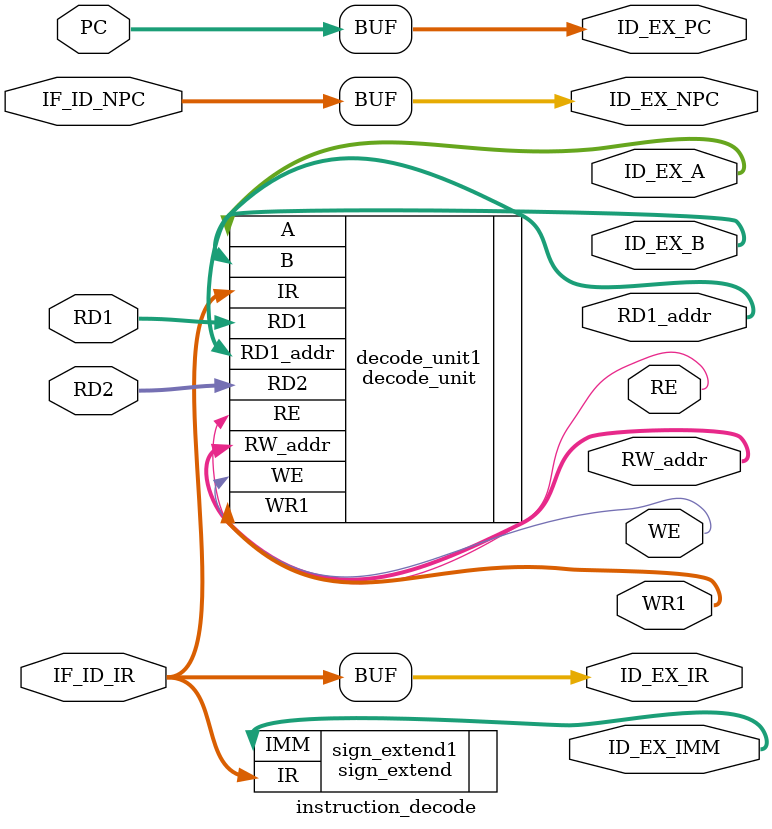
<source format=v>
`timescale 1ns / 1ps
module instruction_decode (PC,ID_EX_PC,IF_ID_IR,IF_ID_NPC,ID_EX_A,ID_EX_B,ID_EX_IMM,ID_EX_NPC,ID_EX_IR,WE,RE,RW_addr,RD1_addr,RD1,RD2,WR1
);
input [31:0] PC,IF_ID_IR,IF_ID_NPC;
output [31:0] ID_EX_A,ID_EX_B,ID_EX_IMM,ID_EX_NPC,ID_EX_IR;
output WE,RE;
output [4:0] RW_addr,RD1_addr;
input  [31:0] RD1,RD2;
output [31:0] WR1,ID_EX_PC;
decode_unit decode_unit1(.IR(IF_ID_IR),.A(ID_EX_A),.B(ID_EX_B),
    .WE(WE),
    .RE(RE),
    .RW_addr(RW_addr),
    .RD1_addr(RD1_addr),
    .RD1(RD1),
    .RD2(RD2),
    .WR1(WR1));
sign_extend sign_extend1(.IR(IF_ID_IR),.IMM(ID_EX_IMM));
assign ID_EX_NPC=IF_ID_NPC;
assign ID_EX_IR =IF_ID_IR;
assign ID_EX_PC = PC;
endmodule

</source>
